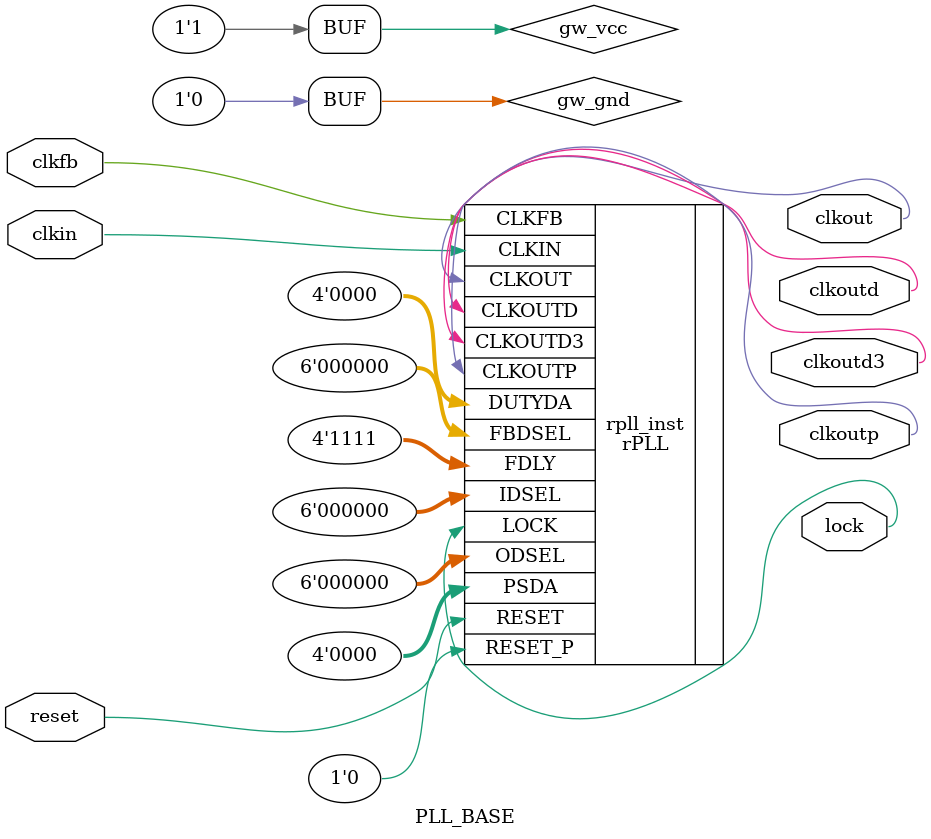
<source format=v>

module PLL_BASE (clkout, lock, clkoutp, clkoutd, clkoutd3, reset, clkin, clkfb);

output clkout;
output lock;
output clkoutp;
output clkoutd;
output clkoutd3;
input reset;
input clkin;
input clkfb;

wire gw_vcc;
wire gw_gnd;

assign gw_vcc = 1'b1;
assign gw_gnd = 1'b0;

rPLL rpll_inst (
    .CLKOUT(clkout),
    .LOCK(lock),
    .CLKOUTP(clkoutp),
    .CLKOUTD(clkoutd),
    .CLKOUTD3(clkoutd3),
    .RESET(reset),
    .RESET_P(gw_gnd),
    .CLKIN(clkin),
    .CLKFB(clkfb),
    .FBDSEL({gw_gnd,gw_gnd,gw_gnd,gw_gnd,gw_gnd,gw_gnd}),
    .IDSEL({gw_gnd,gw_gnd,gw_gnd,gw_gnd,gw_gnd,gw_gnd}),
    .ODSEL({gw_gnd,gw_gnd,gw_gnd,gw_gnd,gw_gnd,gw_gnd}),
    .PSDA({gw_gnd,gw_gnd,gw_gnd,gw_gnd}),
    .DUTYDA({gw_gnd,gw_gnd,gw_gnd,gw_gnd}),
    .FDLY({gw_vcc,gw_vcc,gw_vcc,gw_vcc})
);

defparam rpll_inst.FCLKIN = "25";
defparam rpll_inst.DYN_IDIV_SEL = "false";
defparam rpll_inst.IDIV_SEL = 0;
defparam rpll_inst.DYN_FBDIV_SEL = "false";
defparam rpll_inst.FBDIV_SEL = 4;
defparam rpll_inst.DYN_ODIV_SEL = "false";
defparam rpll_inst.ODIV_SEL = 8;
defparam rpll_inst.PSDA_SEL = "0000";
defparam rpll_inst.DYN_DA_EN = "false";
defparam rpll_inst.DUTYDA_SEL = "1000";
defparam rpll_inst.CLKOUT_FT_DIR = 1'b1;
defparam rpll_inst.CLKOUTP_FT_DIR = 1'b1;
defparam rpll_inst.CLKOUT_DLY_STEP = 0;
defparam rpll_inst.CLKOUTP_DLY_STEP = 0;
defparam rpll_inst.CLKFB_SEL = "external";
defparam rpll_inst.CLKOUT_BYPASS = "false";
defparam rpll_inst.CLKOUTP_BYPASS = "false";
defparam rpll_inst.CLKOUTD_BYPASS = "false";
defparam rpll_inst.DYN_SDIV_SEL = 4;
defparam rpll_inst.CLKOUTD_SRC = "CLKOUT";
defparam rpll_inst.CLKOUTD3_SRC = "CLKOUT";
defparam rpll_inst.DEVICE = "GW2A-55";

endmodule //PLL_BASE

</source>
